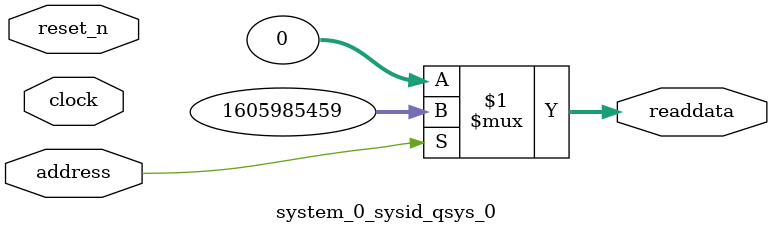
<source format=v>

`timescale 1ns / 1ps
// synthesis translate_on

// turn off superfluous verilog processor warnings 
// altera message_level Level1 
// altera message_off 10034 10035 10036 10037 10230 10240 10030 

module system_0_sysid_qsys_0 (
               // inputs:
                address,
                clock,
                reset_n,

               // outputs:
                readdata
             )
;

  output  [ 31: 0] readdata;
  input            address;
  input            clock;
  input            reset_n;

  wire    [ 31: 0] readdata;
  //control_slave, which is an e_avalon_slave
  assign readdata = address ? 1605985459 : 0;

endmodule




</source>
